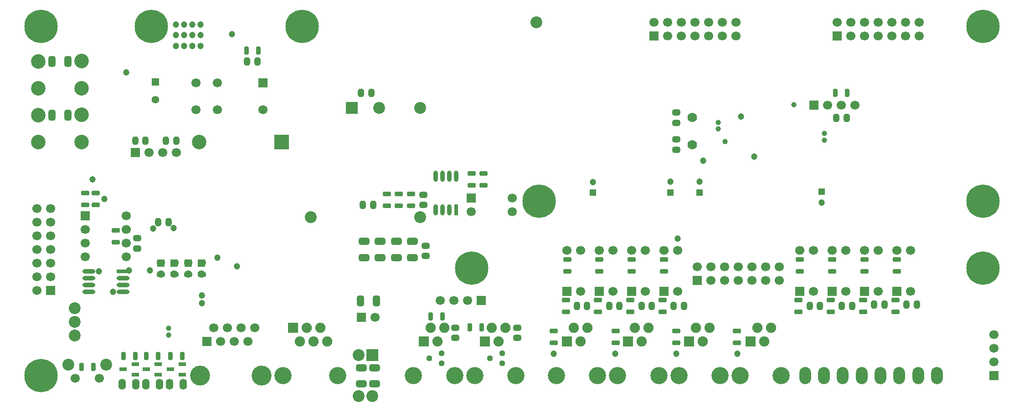
<source format=gbr>
%FSTAX42Y42*%
%MOMM*%
%SFA1B1*%

%IPPOS*%
%AMD75*
4,1,8,0.170180,0.749300,-0.170180,0.749300,-0.449580,0.469900,-0.449580,-0.469900,-0.170180,-0.749300,0.170180,-0.749300,0.449580,-0.469900,0.449580,0.469900,0.170180,0.749300,0.0*
1,1,0.560000,0.170180,0.469900*
1,1,0.560000,-0.170180,0.469900*
1,1,0.560000,-0.170180,-0.469900*
1,1,0.560000,0.170180,-0.469900*
%
%AMD76*
4,1,8,0.749300,-0.220980,0.749300,0.220980,0.419100,0.551180,-0.419100,0.551180,-0.749300,0.220980,-0.749300,-0.220980,-0.419100,-0.551180,0.419100,-0.551180,0.749300,-0.220980,0.0*
1,1,0.660000,0.419100,-0.220980*
1,1,0.660000,0.419100,0.220980*
1,1,0.660000,-0.419100,0.220980*
1,1,0.660000,-0.419100,-0.220980*
%
%AMD91*
4,1,8,0.749300,-0.170180,0.749300,0.170180,0.469900,0.449580,-0.469900,0.449580,-0.749300,0.170180,-0.749300,-0.170180,-0.469900,-0.449580,0.469900,-0.449580,0.749300,-0.170180,0.0*
1,1,0.560000,0.469900,-0.170180*
1,1,0.560000,0.469900,0.170180*
1,1,0.560000,-0.469900,0.170180*
1,1,0.560000,-0.469900,-0.170180*
%
%AMD95*
4,1,8,0.220980,0.749300,-0.220980,0.749300,-0.551180,0.419100,-0.551180,-0.419100,-0.220980,-0.749300,0.220980,-0.749300,0.551180,-0.419100,0.551180,0.419100,0.220980,0.749300,0.0*
1,1,0.660000,0.220980,0.419100*
1,1,0.660000,-0.220980,0.419100*
1,1,0.660000,-0.220980,-0.419100*
1,1,0.660000,0.220980,-0.419100*
%
%AMD96*
4,1,8,-0.284480,-1.000760,0.284480,-1.000760,0.675640,-0.609600,0.675640,0.609600,0.284480,1.000760,-0.284480,1.000760,-0.675640,0.609600,-0.675640,-0.609600,-0.284480,-1.000760,0.0*
1,1,0.780000,-0.284480,-0.609600*
1,1,0.780000,0.284480,-0.609600*
1,1,0.780000,0.284480,0.609600*
1,1,0.780000,-0.284480,0.609600*
%
%AMD119*
4,1,8,-0.480060,0.190500,-0.480060,-0.190500,-0.190500,-0.480060,0.190500,-0.480060,0.480060,-0.190500,0.480060,0.190500,0.190500,0.480060,-0.190500,0.480060,-0.480060,0.190500,0.0*
1,1,0.580000,-0.190500,0.190500*
1,1,0.580000,-0.190500,-0.190500*
1,1,0.580000,0.190500,-0.190500*
1,1,0.580000,0.190500,0.190500*
%
%AMD123*
4,1,8,-1.000760,0.284480,-1.000760,-0.284480,-0.609600,-0.675640,0.609600,-0.675640,1.000760,-0.284480,1.000760,0.284480,0.609600,0.675640,-0.609600,0.675640,-1.000760,0.284480,0.0*
1,1,0.780000,-0.609600,0.284480*
1,1,0.780000,-0.609600,-0.284480*
1,1,0.780000,0.609600,-0.284480*
1,1,0.780000,0.609600,0.284480*
%
%ADD48C,1.699997*%
%ADD49R,1.699997X1.699997*%
%ADD52C,1.199998*%
%ADD56C,0.999998*%
%ADD64R,1.199998X1.199998*%
G04~CAMADD=75~8~0.0~0.0~354.3~590.6~110.2~0.0~15~0.0~0.0~0.0~0.0~0~0.0~0.0~0.0~0.0~0~0.0~0.0~0.0~0.0~354.3~590.6*
%ADD75D75*%
G04~CAMADD=76~8~0.0~0.0~433.1~590.6~129.9~0.0~15~0.0~0.0~0.0~0.0~0~0.0~0.0~0.0~0.0~0~0.0~0.0~0.0~270.0~592.0~433.0*
%ADD76D76*%
%ADD81R,2.399995X0.799998*%
%ADD82O,2.399995X0.799998*%
G04~CAMADD=91~8~0.0~0.0~354.3~590.6~110.2~0.0~15~0.0~0.0~0.0~0.0~0~0.0~0.0~0.0~0.0~0~0.0~0.0~0.0~270.0~590.0~354.0*
%ADD91D91*%
G04~CAMADD=95~8~0.0~0.0~433.1~590.6~129.9~0.0~15~0.0~0.0~0.0~0.0~0~0.0~0.0~0.0~0.0~0~0.0~0.0~0.0~0.0~433.1~590.6*
%ADD95D95*%
G04~CAMADD=96~8~0.0~0.0~531.5~787.4~153.5~0.0~15~0.0~0.0~0.0~0.0~0~0.0~0.0~0.0~0.0~0~0.0~0.0~0.0~180.0~532.0~788.0*
%ADD96D96*%
%ADD99C,3.699993*%
%ADD100C,3.199994*%
%ADD101C,1.899996*%
%ADD102R,1.899996X1.899996*%
%ADD103R,1.699997X1.699997*%
%ADD104O,2.199996X3.199994*%
%ADD105C,1.399997*%
%ADD106R,1.399997X1.399997*%
%ADD107C,2.699995*%
%ADD108C,1.699997*%
%ADD109R,1.699997X1.699997*%
%ADD110R,1.699997X1.699997*%
%ADD111R,2.199996X2.199996*%
%ADD112C,2.199996*%
%ADD113O,1.399997X1.999996*%
%ADD114R,2.699995X2.699995*%
%ADD115R,1.399997X1.399997*%
%ADD116C,6.199988*%
%ADD117C,2.199996*%
%ADD118C,1.769996*%
G04~CAMADD=119~8~0.0~0.0~378.0~378.0~114.2~0.0~15~0.0~0.0~0.0~0.0~0~0.0~0.0~0.0~0.0~0~0.0~0.0~0.0~90.0~378.0~378.0*
%ADD119D119*%
%ADD120R,1.349997X0.799998*%
%ADD121O,0.799998X2.099996*%
%ADD122R,0.799998X2.099996*%
G04~CAMADD=123~8~0.0~0.0~531.5~787.4~153.5~0.0~15~0.0~0.0~0.0~0.0~0~0.0~0.0~0.0~0.0~0~0.0~0.0~0.0~90.0~788.0~532.0*
%ADD123D123*%
%LNpcb_monitoring_mothb-1*%
%LPD*%
G54D48*
X00321Y000893D03*
X003337Y00064D03*
X003464Y000893D03*
X003591Y00064D03*
X003718Y000893D03*
X003845Y00064D03*
X003972Y000893D03*
X017699Y000254D03*
Y000508D03*
Y000762D03*
X014613Y005029D03*
X014867D03*
X015121D03*
X00792Y001399D03*
X007666D03*
X007412D03*
X006208Y001089D03*
X013457Y001772D03*
X012949D03*
X012441D03*
X012695D03*
X013203D03*
X013711D03*
Y002026D03*
X013457D03*
X013203D03*
X012949D03*
X012695D03*
X012441D03*
X012187D03*
X000176Y003111D03*
X-000076D03*
X000176Y002857D03*
X-000076D03*
Y002603D03*
X000176D03*
X-000076Y002349D03*
X000176D03*
X-000076Y002095D03*
X000176D03*
X-000076Y001841D03*
X000176D03*
X-000076Y001587D03*
X016311Y006322D03*
Y006576D03*
X016057Y006322D03*
Y006576D03*
X015803D03*
Y006322D03*
X015549Y006576D03*
Y006322D03*
X015295Y006576D03*
Y006322D03*
X015041Y006576D03*
Y006322D03*
X014787Y006576D03*
X012911Y006322D03*
Y006576D03*
X012657Y006322D03*
Y006576D03*
X012403D03*
Y006322D03*
X012149Y006576D03*
Y006322D03*
X011895Y006576D03*
Y006322D03*
X011641Y006576D03*
Y006322D03*
X011387Y006576D03*
X002003Y004149D03*
X002257D03*
X002511D03*
X000635Y-000044D03*
X001084D03*
X003274Y005449D03*
X002874D03*
Y004949D03*
X003274D03*
X004124D03*
G54D49*
X003083Y00064D03*
X014359Y005029D03*
X008174Y001399D03*
X005954Y001089D03*
X012187Y001772D03*
X014787Y006322D03*
X011387D03*
X001749Y004149D03*
G54D52*
X014499Y003224D03*
X012234Y003607D03*
X011694D03*
X010249Y003604D03*
X013249Y004074D03*
X012939Y000406D03*
X011802D03*
X010664D03*
X009527D03*
X003274Y002195D03*
X003641Y002034D03*
X001179Y003289D03*
X003549Y00635D03*
X002959Y006534D03*
Y006134D03*
X002509D03*
Y006334D03*
Y006534D03*
X002809Y006134D03*
X002659D03*
X001579Y005641D03*
X001072Y001941D03*
X001334Y001559D03*
X002081Y002739D03*
X002466Y002744D03*
X001634Y001959D03*
X002022Y001957D03*
X002987Y001494D03*
Y001351D03*
X000956Y003652D03*
X011831Y002554D03*
X013004Y004821D03*
X012299Y003999D03*
X002809Y006334D03*
X002959D03*
X002809Y006534D03*
X002659D03*
Y006334D03*
G54D56*
X012709Y004359D03*
X002366Y000759D03*
Y000884D03*
X012579Y004709D03*
Y004589D03*
X013989Y005039D03*
X014549Y004509D03*
Y004379D03*
G54D64*
X014499Y003424D03*
X012234Y003407D03*
X011694D03*
X010249Y003404D03*
G54D75*
X007456Y001101D03*
X007237D03*
X007964Y000899D03*
X008184D03*
X000972Y000164D03*
X000752D03*
X002407Y000369D03*
X002626D03*
X001957D03*
X002176D03*
X001534D03*
X001754D03*
X004034Y006049D03*
X003814D03*
X014979Y005259D03*
X014759D03*
G54D76*
X008849Y000704D03*
Y000894D03*
X007699Y000704D03*
Y000894D03*
X001789Y002369D03*
Y002559D03*
X007149Y002229D03*
Y002419D03*
X007099Y003369D03*
Y003179D03*
X011799Y004894D03*
Y004704D03*
Y004204D03*
Y004394D03*
G54D81*
X001519Y00194D03*
G54D82*
X000889Y001559D03*
Y001685D03*
Y001813D03*
Y00194D03*
X001519Y001559D03*
Y001685D03*
Y001813D03*
G54D91*
X015899Y002159D03*
Y001939D03*
X015875Y001189D03*
Y001409D03*
X015299Y002159D03*
Y001939D03*
X015274Y001189D03*
Y001409D03*
X014699Y002159D03*
Y001939D03*
X014674Y001189D03*
Y001409D03*
X014099Y002159D03*
Y001939D03*
X014074Y001189D03*
Y001409D03*
X011549Y001189D03*
Y001409D03*
X011574Y002159D03*
Y001939D03*
X012924Y000834D03*
Y000614D03*
X011799Y000834D03*
Y000614D03*
X010974Y002159D03*
Y001939D03*
X010949Y001189D03*
Y001409D03*
X009525Y000834D03*
Y000614D03*
X010374Y002159D03*
Y001939D03*
X010349Y001189D03*
Y001409D03*
X010674Y000834D03*
Y000614D03*
X002984Y002104D03*
Y001884D03*
X00273Y002104D03*
Y001884D03*
X002476Y002104D03*
Y001884D03*
X002222Y002104D03*
Y001884D03*
X009749Y001189D03*
Y001409D03*
X009774Y002159D03*
Y001939D03*
X001019Y003396D03*
Y003176D03*
X001387Y002701D03*
Y002482D03*
X000822Y003396D03*
Y003176D03*
X006874Y003384D03*
Y003164D03*
X006649Y003384D03*
Y003164D03*
X006424Y003384D03*
Y003164D03*
X007999Y003759D03*
Y003539D03*
X008224D03*
Y003759D03*
G54D95*
X016269Y001324D03*
X016079D03*
X015669D03*
X015479D03*
X015069Y001299D03*
X014879D03*
X014469D03*
X014279D03*
X011944D03*
X011754D03*
X011344D03*
X011154D03*
X010744D03*
X010554D03*
X010144D03*
X009954D03*
X002369Y002857D03*
X002179D03*
X005979Y003175D03*
X006169D03*
X005944Y005261D03*
X006134D03*
X001749Y004374D03*
X001939D03*
X002322D03*
X002511D03*
X003829Y005849D03*
X004019D03*
X014774Y004799D03*
X014964D03*
G54D96*
X000199Y004849D03*
X000499D03*
X006234Y001392D03*
X005934D03*
X000199Y005849D03*
X000499D03*
G54D99*
X0041Y000004D03*
X002957D03*
G54D100*
X004491Y000004D03*
X005507D03*
X006918D03*
X007685D03*
X008822D03*
X008056D03*
X009574D03*
X010339D03*
X011477D03*
X010711D03*
X011849D03*
X012614D03*
X013752D03*
X012986D03*
G54D101*
X005316Y00064D03*
X005189Y000893D03*
X004809Y00064D03*
X005062D03*
X004936Y000893D03*
X007493D03*
X007366Y00064D03*
X007239Y000893D03*
X008375D03*
X008503Y00064D03*
X00863Y000893D03*
X010147D03*
X01002Y00064D03*
X009893Y000893D03*
X011031D03*
X011157Y00064D03*
X011285Y000893D03*
X012422D03*
X012295Y00064D03*
X012168Y000893D03*
X013306D03*
X013433Y00064D03*
X013559Y000893D03*
G54D102*
X004682Y000893D03*
X007112Y00064D03*
X008249D03*
X009766D03*
X010903D03*
X012041D03*
X013178D03*
G54D103*
X017699Y0D03*
X000176Y001587D03*
X004124Y005449D03*
G54D104*
X014194Y0D03*
X014544D03*
X014894D03*
X015244D03*
X015594D03*
X015944D03*
X016294D03*
X016644D03*
G54D105*
X00273Y001894D03*
X002983D03*
X002222D03*
X002475D03*
X002124Y005137D03*
G54D106*
X00273Y002094D03*
X002983D03*
X002222D03*
X002475D03*
G54D107*
X-000049Y005849D03*
Y005349D03*
Y004849D03*
Y004349D03*
X000749Y004345D03*
Y004853D03*
Y005345D03*
Y005853D03*
X002937Y004344D03*
G54D108*
X016151Y00233D03*
X015897D03*
X016151Y001568D03*
X015551Y00233D03*
X015297D03*
X015551Y001568D03*
X014951Y00233D03*
X014697D03*
X014951Y001568D03*
X014351Y00233D03*
X014097D03*
X014351Y001568D03*
X011826Y00233D03*
X011572D03*
X011826Y001568D03*
X011226Y00233D03*
X010972D03*
X011226Y001568D03*
X010626Y00233D03*
X010372D03*
X010626Y001568D03*
X010026Y00233D03*
X009772D03*
X010026Y001568D03*
X001585Y002213D03*
Y002467D03*
Y002721D03*
Y002975D03*
X000823Y002213D03*
Y002467D03*
Y002721D03*
X008755Y003048D03*
Y003302D03*
X007993Y003048D03*
G54D109*
X015897Y001568D03*
X015297D03*
X014697D03*
X014097D03*
X011572D03*
X010972D03*
X010372D03*
X009772D03*
G54D110*
X000823Y002975D03*
X007993Y003302D03*
G54D111*
X005775Y004982D03*
X006151Y000381D03*
G54D112*
X006283Y004982D03*
X007045D03*
Y00295D03*
X005013D03*
X005897Y-000381D03*
X006151D03*
X005897Y000381D03*
X001209Y000204D03*
X000509D03*
X009199Y006571D03*
G54D113*
X002643Y-000159D03*
X00239D03*
X001944D03*
X002199D03*
X001761D03*
X001507D03*
G54D114*
X004469Y004349D03*
G54D115*
X002124Y005461D03*
G54D116*
X009249Y003249D03*
X004849Y006499D03*
X002049D03*
X017499D03*
Y003249D03*
X0Y0D03*
Y006499D03*
X007999Y001999D03*
X017499D03*
G54D117*
X000629Y001259D03*
Y001006D03*
Y000752D03*
G54D118*
X012099Y004803D03*
Y004295D03*
G54D119*
X008335Y000324D03*
X008563Y000229D03*
Y000419D03*
X00721Y000324D03*
X007438Y000229D03*
Y000419D03*
G54D120*
X002401Y000119D03*
X002626Y000024D03*
Y000214D03*
X001951Y000119D03*
X002176Y000024D03*
Y000214D03*
X001526Y000119D03*
X001751Y000024D03*
Y000214D03*
G54D121*
X007334Y003709D03*
X00746D03*
X007588D03*
X007714D03*
X007334Y003089D03*
X00746D03*
X007588D03*
G54D122*
X007714Y003089D03*
G54D123*
X005949Y000149D03*
Y-000149D03*
X006199Y000149D03*
Y-000149D03*
X006899Y002199D03*
Y002499D03*
X006599Y002199D03*
Y002499D03*
X006299Y002199D03*
Y002499D03*
X005999Y002199D03*
Y002499D03*
M02*
</source>
